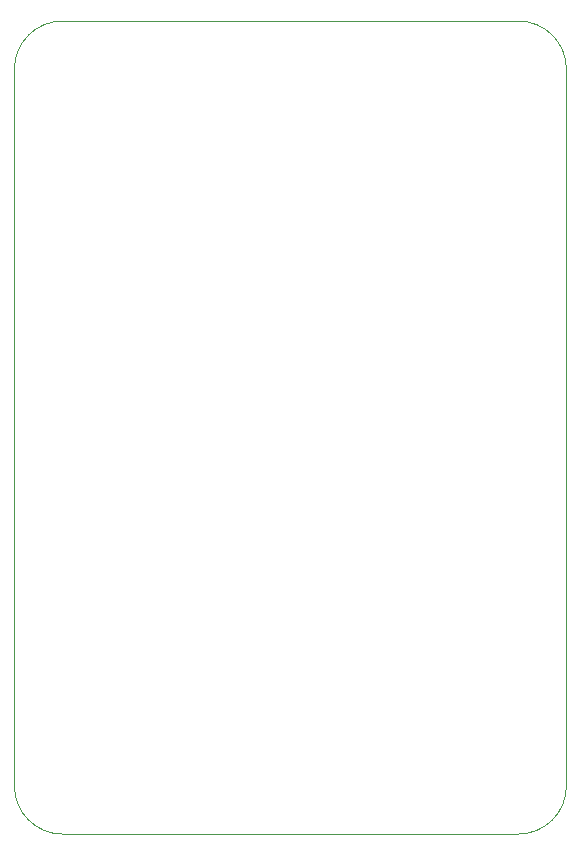
<source format=gbr>
%TF.GenerationSoftware,KiCad,Pcbnew,5.1.6*%
%TF.CreationDate,2020-11-22T23:26:00-03:00*%
%TF.ProjectId,MCU_Comms_Control,4d43555f-436f-46d6-9d73-5f436f6e7472,rev?*%
%TF.SameCoordinates,Original*%
%TF.FileFunction,Profile,NP*%
%FSLAX46Y46*%
G04 Gerber Fmt 4.6, Leading zero omitted, Abs format (unit mm)*
G04 Created by KiCad (PCBNEW 5.1.6) date 2020-11-22 23:26:00*
%MOMM*%
%LPD*%
G01*
G04 APERTURE LIST*
%TA.AperFunction,Profile*%
%ADD10C,0.100000*%
%TD*%
G04 APERTURE END LIST*
D10*
X70104000Y-41402000D02*
X108712000Y-41402000D01*
X66040000Y-106172000D02*
X66040000Y-45466000D01*
X70104000Y-110236000D02*
X108712000Y-110236000D01*
X70104000Y-110236000D02*
G75*
G02*
X66040000Y-106172000I0J4064000D01*
G01*
X66040000Y-45466000D02*
G75*
G02*
X70104000Y-41402000I4064000J0D01*
G01*
X112776000Y-106172000D02*
X112776000Y-45466000D01*
X112776000Y-106172000D02*
G75*
G02*
X108712000Y-110236000I-4064000J0D01*
G01*
X108712000Y-41402000D02*
G75*
G02*
X112776000Y-45466000I0J-4064000D01*
G01*
M02*

</source>
